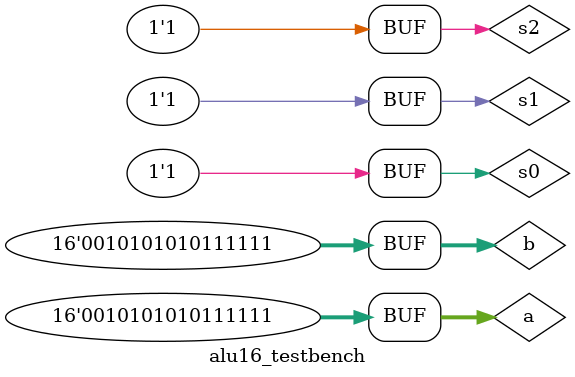
<source format=v>
`define DELAY 20
module alu16_testbench();

reg [15:0] a, b;
reg s2, s1, s0;
wire [15:0] out;

alu16 aluTest(.a(a), .b(b), .s2(s2), .s1(s1), .s0(s0), .out(out));

initial begin

//ADD
a = 16'h5BF3; b = 16'h0011; s2 = 0; s1 = 0; s0 = 0;
#`DELAY;
a = 16'h0000; b = 16'h5678; s1 = 0; s1 = 0; s0 = 0;
#`DELAY;

//SUB
a = 16'hAF23; b = 16'h0023; s2 = 0; s1 = 0; s0 = 1;
#`DELAY;
a = 16'hFFFF; b = 16'hFFFF; s2 = 0; s1 = 0; s0 = 1;
#`DELAY;

//MULT, It is not fully implemented, it has a controller and datapath.
a = 16'h0002; b = 16'h0003; s2 = 0; s1 = 1; s0 = 0;
#`DELAY;
a = 16'h0000; b = 16'h5678; s2 = 0; s1 = 1; s0 = 0;
#`DELAY;

//XOR
a = 16'h0101; b = 16'hFFFF; s2 = 0; s1 = 1; s0 = 1;
#`DELAY;
a = 16'h9999; b = 16'h0000; s2 = 0; s1 = 1; s0 = 1;
#`DELAY;

//AND
a = 16'h0000; b = 16'h1234; s2 = 1; s1 = 0; s0 = 0;
#`DELAY;
a = 16'h2ABF; b = 16'h2ABF; s2 = 1; s1 = 0; s0 = 0;
#`DELAY;

//OR
a = 16'h0000; b = 16'h1234; s2 = 1; s1 = 0; s0 = 1;
#`DELAY;
a = 16'h2ABF; b = 16'h2ABF; s2 = 1; s1 = 0; s0 = 1;
#`DELAY;

//SLT
a = 16'h3BFC; b = 16'h4212; s2 = 1; s1 = 1; s0 = 0;
#`DELAY;
a = 16'h000F; b = 16'h0001; s2 = 1; s1 = 1; s0 = 0;
#`DELAY;

//NOR
a = 16'h0000; b = 16'h1234; s2 = 1; s1 = 1; s0 = 1;
#`DELAY;
a = 16'h2ABF; b = 16'h2ABF; s0 = 1; s2 = 1; s0 = 1;
#`DELAY;



end

initial
begin
$monitor("Results: time= %2d, a= %8h, b= %8h, out= %8h, s2= %1b, s1= %1b, s0= %1b", $time, a, b, out, s2, s1, s0);
end
 

endmodule

</source>
